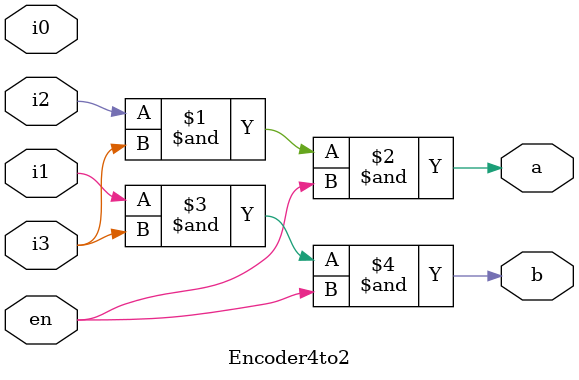
<source format=v>
module Encoder4to2(input i3,i2,i1,i0,en, output a,b);

and o1(a,i2,i3,en);
and o2(b,i1,i3,en);

endmodule
</source>
